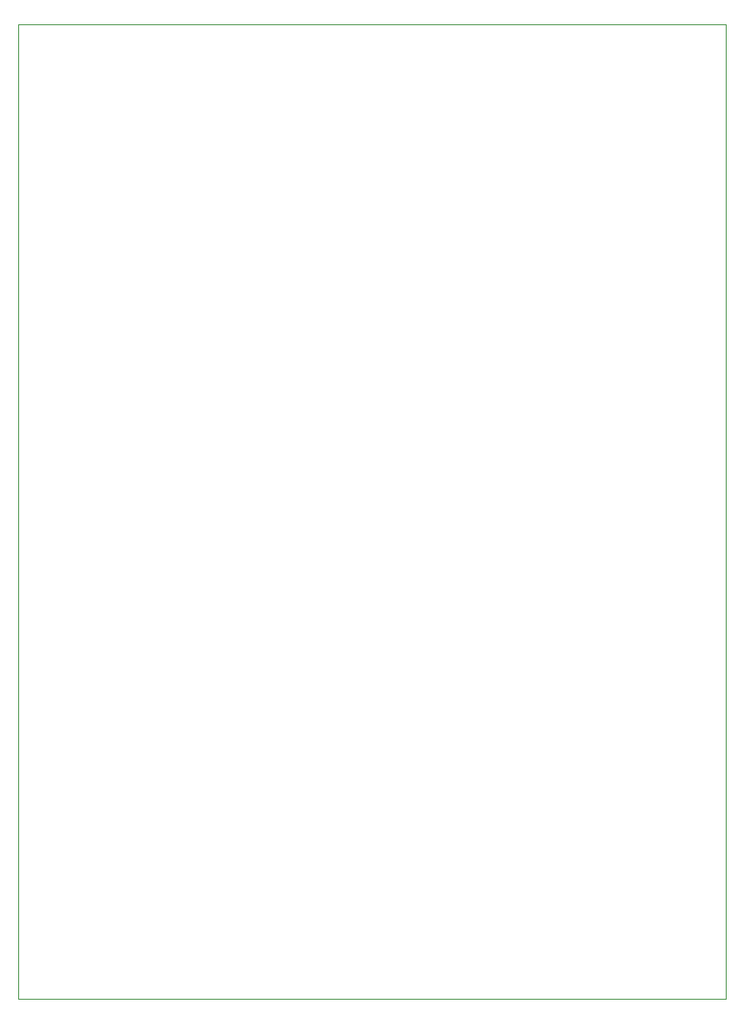
<source format=gbr>
%TF.GenerationSoftware,KiCad,Pcbnew,7.0.1*%
%TF.CreationDate,2023-08-30T08:57:10+02:00*%
%TF.ProjectId,LAS_V1,4c41535f-5631-42e6-9b69-6361645f7063,rev?*%
%TF.SameCoordinates,Original*%
%TF.FileFunction,Profile,NP*%
%FSLAX46Y46*%
G04 Gerber Fmt 4.6, Leading zero omitted, Abs format (unit mm)*
G04 Created by KiCad (PCBNEW 7.0.1) date 2023-08-30 08:57:10*
%MOMM*%
%LPD*%
G01*
G04 APERTURE LIST*
%TA.AperFunction,Profile*%
%ADD10C,0.100000*%
%TD*%
G04 APERTURE END LIST*
D10*
X90000000Y-55000000D02*
X159000000Y-55000000D01*
X159000000Y-150000000D01*
X90000000Y-150000000D01*
X90000000Y-55000000D01*
M02*

</source>
